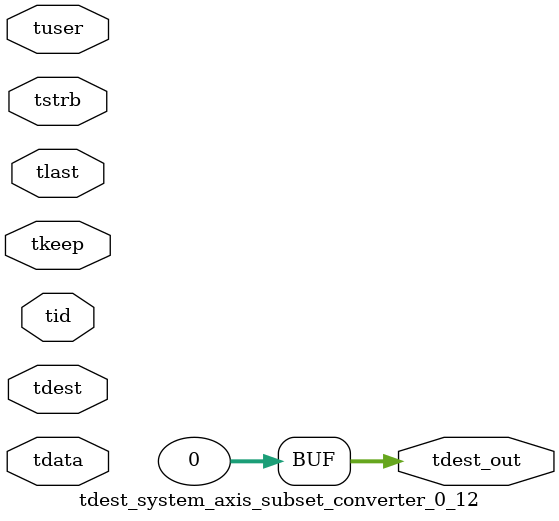
<source format=v>


`timescale 1ps/1ps

module tdest_system_axis_subset_converter_0_12 #
(
parameter C_S_AXIS_TDATA_WIDTH = 32,
parameter C_S_AXIS_TUSER_WIDTH = 0,
parameter C_S_AXIS_TID_WIDTH   = 0,
parameter C_S_AXIS_TDEST_WIDTH = 0,
parameter C_M_AXIS_TDEST_WIDTH = 32
)
(
input  [(C_S_AXIS_TDATA_WIDTH == 0 ? 1 : C_S_AXIS_TDATA_WIDTH)-1:0     ] tdata,
input  [(C_S_AXIS_TUSER_WIDTH == 0 ? 1 : C_S_AXIS_TUSER_WIDTH)-1:0     ] tuser,
input  [(C_S_AXIS_TID_WIDTH   == 0 ? 1 : C_S_AXIS_TID_WIDTH)-1:0       ] tid,
input  [(C_S_AXIS_TDEST_WIDTH == 0 ? 1 : C_S_AXIS_TDEST_WIDTH)-1:0     ] tdest,
input  [(C_S_AXIS_TDATA_WIDTH/8)-1:0 ] tkeep,
input  [(C_S_AXIS_TDATA_WIDTH/8)-1:0 ] tstrb,
input                                                                    tlast,
output [C_M_AXIS_TDEST_WIDTH-1:0] tdest_out
);

assign tdest_out = {1'b0};

endmodule


</source>
